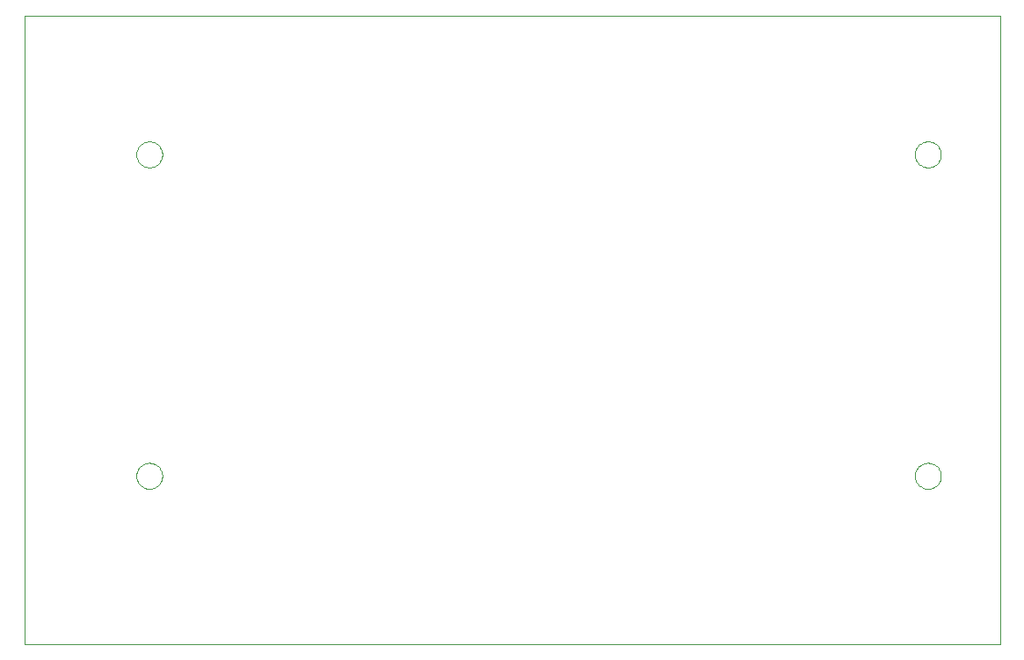
<source format=gbo>
G75*
G70*
%OFA0B0*%
%FSLAX24Y24*%
%IPPOS*%
%LPD*%
%AMOC8*
5,1,8,0,0,1.08239X$1,22.5*
%
%ADD10C,0.0000*%
D10*
X004465Y000625D02*
X004465Y024495D01*
X041457Y024495D01*
X041457Y000625D01*
X004465Y000625D01*
X008709Y007023D02*
X008711Y007067D01*
X008717Y007111D01*
X008727Y007154D01*
X008740Y007196D01*
X008758Y007236D01*
X008779Y007275D01*
X008803Y007312D01*
X008830Y007347D01*
X008861Y007379D01*
X008894Y007408D01*
X008930Y007434D01*
X008968Y007456D01*
X009008Y007475D01*
X009049Y007491D01*
X009092Y007503D01*
X009135Y007511D01*
X009179Y007515D01*
X009223Y007515D01*
X009267Y007511D01*
X009310Y007503D01*
X009353Y007491D01*
X009394Y007475D01*
X009434Y007456D01*
X009472Y007434D01*
X009508Y007408D01*
X009541Y007379D01*
X009572Y007347D01*
X009599Y007312D01*
X009623Y007275D01*
X009644Y007236D01*
X009662Y007196D01*
X009675Y007154D01*
X009685Y007111D01*
X009691Y007067D01*
X009693Y007023D01*
X009691Y006979D01*
X009685Y006935D01*
X009675Y006892D01*
X009662Y006850D01*
X009644Y006810D01*
X009623Y006771D01*
X009599Y006734D01*
X009572Y006699D01*
X009541Y006667D01*
X009508Y006638D01*
X009472Y006612D01*
X009434Y006590D01*
X009394Y006571D01*
X009353Y006555D01*
X009310Y006543D01*
X009267Y006535D01*
X009223Y006531D01*
X009179Y006531D01*
X009135Y006535D01*
X009092Y006543D01*
X009049Y006555D01*
X009008Y006571D01*
X008968Y006590D01*
X008930Y006612D01*
X008894Y006638D01*
X008861Y006667D01*
X008830Y006699D01*
X008803Y006734D01*
X008779Y006771D01*
X008758Y006810D01*
X008740Y006850D01*
X008727Y006892D01*
X008717Y006935D01*
X008711Y006979D01*
X008709Y007023D01*
X008709Y019227D02*
X008711Y019271D01*
X008717Y019315D01*
X008727Y019358D01*
X008740Y019400D01*
X008758Y019440D01*
X008779Y019479D01*
X008803Y019516D01*
X008830Y019551D01*
X008861Y019583D01*
X008894Y019612D01*
X008930Y019638D01*
X008968Y019660D01*
X009008Y019679D01*
X009049Y019695D01*
X009092Y019707D01*
X009135Y019715D01*
X009179Y019719D01*
X009223Y019719D01*
X009267Y019715D01*
X009310Y019707D01*
X009353Y019695D01*
X009394Y019679D01*
X009434Y019660D01*
X009472Y019638D01*
X009508Y019612D01*
X009541Y019583D01*
X009572Y019551D01*
X009599Y019516D01*
X009623Y019479D01*
X009644Y019440D01*
X009662Y019400D01*
X009675Y019358D01*
X009685Y019315D01*
X009691Y019271D01*
X009693Y019227D01*
X009691Y019183D01*
X009685Y019139D01*
X009675Y019096D01*
X009662Y019054D01*
X009644Y019014D01*
X009623Y018975D01*
X009599Y018938D01*
X009572Y018903D01*
X009541Y018871D01*
X009508Y018842D01*
X009472Y018816D01*
X009434Y018794D01*
X009394Y018775D01*
X009353Y018759D01*
X009310Y018747D01*
X009267Y018739D01*
X009223Y018735D01*
X009179Y018735D01*
X009135Y018739D01*
X009092Y018747D01*
X009049Y018759D01*
X009008Y018775D01*
X008968Y018794D01*
X008930Y018816D01*
X008894Y018842D01*
X008861Y018871D01*
X008830Y018903D01*
X008803Y018938D01*
X008779Y018975D01*
X008758Y019014D01*
X008740Y019054D01*
X008727Y019096D01*
X008717Y019139D01*
X008711Y019183D01*
X008709Y019227D01*
X038237Y019227D02*
X038239Y019271D01*
X038245Y019315D01*
X038255Y019358D01*
X038268Y019400D01*
X038286Y019440D01*
X038307Y019479D01*
X038331Y019516D01*
X038358Y019551D01*
X038389Y019583D01*
X038422Y019612D01*
X038458Y019638D01*
X038496Y019660D01*
X038536Y019679D01*
X038577Y019695D01*
X038620Y019707D01*
X038663Y019715D01*
X038707Y019719D01*
X038751Y019719D01*
X038795Y019715D01*
X038838Y019707D01*
X038881Y019695D01*
X038922Y019679D01*
X038962Y019660D01*
X039000Y019638D01*
X039036Y019612D01*
X039069Y019583D01*
X039100Y019551D01*
X039127Y019516D01*
X039151Y019479D01*
X039172Y019440D01*
X039190Y019400D01*
X039203Y019358D01*
X039213Y019315D01*
X039219Y019271D01*
X039221Y019227D01*
X039219Y019183D01*
X039213Y019139D01*
X039203Y019096D01*
X039190Y019054D01*
X039172Y019014D01*
X039151Y018975D01*
X039127Y018938D01*
X039100Y018903D01*
X039069Y018871D01*
X039036Y018842D01*
X039000Y018816D01*
X038962Y018794D01*
X038922Y018775D01*
X038881Y018759D01*
X038838Y018747D01*
X038795Y018739D01*
X038751Y018735D01*
X038707Y018735D01*
X038663Y018739D01*
X038620Y018747D01*
X038577Y018759D01*
X038536Y018775D01*
X038496Y018794D01*
X038458Y018816D01*
X038422Y018842D01*
X038389Y018871D01*
X038358Y018903D01*
X038331Y018938D01*
X038307Y018975D01*
X038286Y019014D01*
X038268Y019054D01*
X038255Y019096D01*
X038245Y019139D01*
X038239Y019183D01*
X038237Y019227D01*
X038237Y007023D02*
X038239Y007067D01*
X038245Y007111D01*
X038255Y007154D01*
X038268Y007196D01*
X038286Y007236D01*
X038307Y007275D01*
X038331Y007312D01*
X038358Y007347D01*
X038389Y007379D01*
X038422Y007408D01*
X038458Y007434D01*
X038496Y007456D01*
X038536Y007475D01*
X038577Y007491D01*
X038620Y007503D01*
X038663Y007511D01*
X038707Y007515D01*
X038751Y007515D01*
X038795Y007511D01*
X038838Y007503D01*
X038881Y007491D01*
X038922Y007475D01*
X038962Y007456D01*
X039000Y007434D01*
X039036Y007408D01*
X039069Y007379D01*
X039100Y007347D01*
X039127Y007312D01*
X039151Y007275D01*
X039172Y007236D01*
X039190Y007196D01*
X039203Y007154D01*
X039213Y007111D01*
X039219Y007067D01*
X039221Y007023D01*
X039219Y006979D01*
X039213Y006935D01*
X039203Y006892D01*
X039190Y006850D01*
X039172Y006810D01*
X039151Y006771D01*
X039127Y006734D01*
X039100Y006699D01*
X039069Y006667D01*
X039036Y006638D01*
X039000Y006612D01*
X038962Y006590D01*
X038922Y006571D01*
X038881Y006555D01*
X038838Y006543D01*
X038795Y006535D01*
X038751Y006531D01*
X038707Y006531D01*
X038663Y006535D01*
X038620Y006543D01*
X038577Y006555D01*
X038536Y006571D01*
X038496Y006590D01*
X038458Y006612D01*
X038422Y006638D01*
X038389Y006667D01*
X038358Y006699D01*
X038331Y006734D01*
X038307Y006771D01*
X038286Y006810D01*
X038268Y006850D01*
X038255Y006892D01*
X038245Y006935D01*
X038239Y006979D01*
X038237Y007023D01*
M02*

</source>
